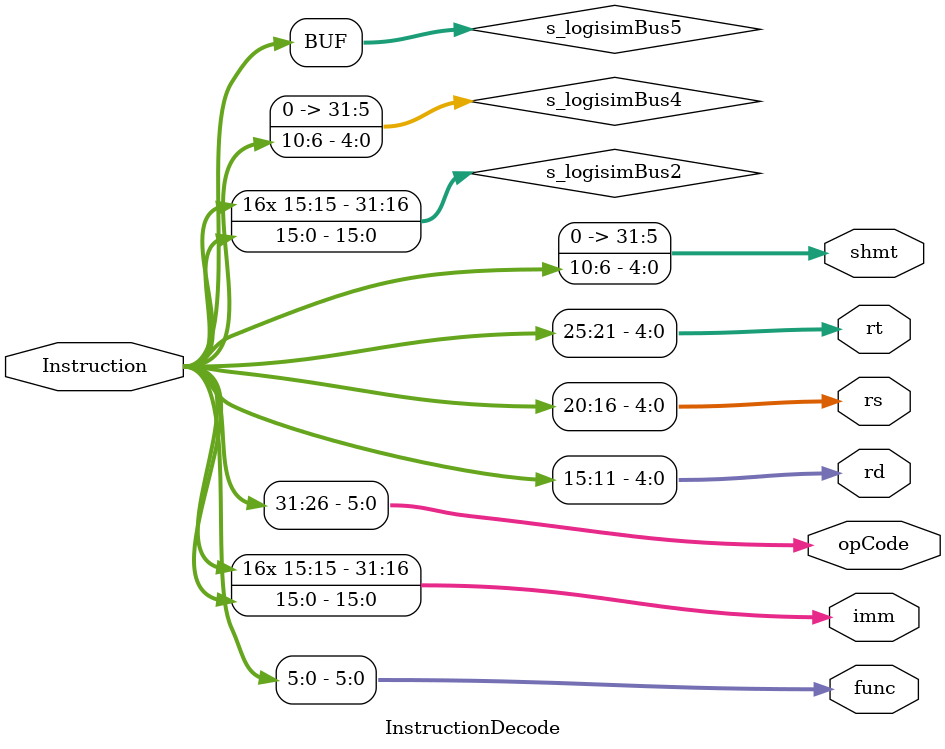
<source format=v>
/******************************************************************************
**
Logisim-evolution
goes
FPGA
automatic
generated
Verilog
code
**
**
https://github.com/logisim-evolution/
**
**
**
**
Component
:
InstructionDecode
**
**
**
*****************************************************************************/
module
InstructionDecode(
Instruction,
func,
imm,
opCode,
rd,
rs,
rt,
shmt
);
/*******************************************************************************
**
The
inputs
are
defined
here
**
*******************************************************************************/
input
[31:0]
Instruction;
/*******************************************************************************
**
The
outputs
are
defined
here
**
*******************************************************************************/
output
[5:0]
func;
output
[31:0]
imm;
output
[5:0]
opCode;
output
[4:0]
rd;
output
[4:0]
rs;
output
[4:0]
rt;
output
[31:0]
shmt;
/*******************************************************************************
**
The
wires
are
defined
here
**
*******************************************************************************/
wire
[31:0]
s_logisimBus2;
wire
[31:0]
s_logisimBus4;
wire
[31:0]
s_logisimBus5;
/*******************************************************************************
**
The
module
functionality
is
described
here
**
*******************************************************************************/
/*******************************************************************************
**
Here
all
input
connections
are
defined
**
*******************************************************************************/
assign
s_logisimBus5[31:0]
=
Instruction;
/*******************************************************************************
**
Here
all
output
connections
are
defined
**
*******************************************************************************/
assign
func
=
s_logisimBus5[5:0];
assign
imm
=
s_logisimBus2[31:0];
assign
opCode
=
s_logisimBus5[31:26];
assign
rd
=
s_logisimBus5[15:11];
assign
rs
=
s_logisimBus5[20:16];
assign
rt
=
s_logisimBus5[25:21];
assign
shmt
=
s_logisimBus4[31:0];
/*******************************************************************************
**
Here
all
in-lined
components
are
defined
**
*******************************************************************************/
assign
s_logisimBus2[0]
=
s_logisimBus5[0];
assign
s_logisimBus2[1]
=
s_logisimBus5[1];
assign
s_logisimBus2[2]
=
s_logisimBus5[2];
assign
s_logisimBus2[3]
=
s_logisimBus5[3];
assign
s_logisimBus2[4]
=
s_logisimBus5[4];
assign
s_logisimBus2[5]
=
s_logisimBus5[5];
assign
s_logisimBus2[6]
=
s_logisimBus5[6];
assign
s_logisimBus2[7]
=
s_logisimBus5[7];
assign
s_logisimBus2[8]
=
s_logisimBus5[8];
assign
s_logisimBus2[9]
=
s_logisimBus5[9];
assign
s_logisimBus2[10]
=
s_logisimBus5[10];
assign
s_logisimBus2[11]
=
s_logisimBus5[11];
assign
s_logisimBus2[12]
=
s_logisimBus5[12];
assign
s_logisimBus2[13]
=
s_logisimBus5[13];
assign
s_logisimBus2[14]
=
s_logisimBus5[14];
assign
s_logisimBus2[15]
=
s_logisimBus5[15];
assign
s_logisimBus2[16]
=
s_logisimBus5[15];
assign
s_logisimBus2[17]
=
s_logisimBus5[15];
assign
s_logisimBus2[18]
=
s_logisimBus5[15];
assign
s_logisimBus2[19]
=
s_logisimBus5[15];
assign
s_logisimBus2[20]
=
s_logisimBus5[15];
assign
s_logisimBus2[21]
=
s_logisimBus5[15];
assign
s_logisimBus2[22]
=
s_logisimBus5[15];
assign
s_logisimBus2[23]
=
s_logisimBus5[15];
assign
s_logisimBus2[24]
=
s_logisimBus5[15];
assign
s_logisimBus2[25]
=
s_logisimBus5[15];
assign
s_logisimBus2[26]
=
s_logisimBus5[15];
assign
s_logisimBus2[27]
=
s_logisimBus5[15];
assign
s_logisimBus2[28]
=
s_logisimBus5[15];
assign
s_logisimBus2[29]
=
s_logisimBus5[15];
assign
s_logisimBus2[30]
=
s_logisimBus5[15];
assign
s_logisimBus2[31]
=
s_logisimBus5[15];
assign
s_logisimBus4[0]
=
s_logisimBus5[6];
assign
s_logisimBus4[1]
=
s_logisimBus5[7];
assign
s_logisimBus4[2]
=
s_logisimBus5[8];
assign
s_logisimBus4[3]
=
s_logisimBus5[9];
assign
s_logisimBus4[4]
=
s_logisimBus5[10];
assign
s_logisimBus4[5]
=
1'b0;
assign
s_logisimBus4[6]
=
1'b0;
assign
s_logisimBus4[7]
=
1'b0;
assign
s_logisimBus4[8]
=
1'b0;
assign
s_logisimBus4[9]
=
1'b0;
assign
s_logisimBus4[10]
=
1'b0;
assign
s_logisimBus4[11]
=
1'b0;
assign
s_logisimBus4[12]
=
1'b0;
assign
s_logisimBus4[13]
=
1'b0;
assign
s_logisimBus4[14]
=
1'b0;
assign
s_logisimBus4[15]
=
1'b0;
assign
s_logisimBus4[16]
=
1'b0;
assign
s_logisimBus4[17]
=
1'b0;
assign
s_logisimBus4[18]
=
1'b0;
assign
s_logisimBus4[19]
=
1'b0;
assign
s_logisimBus4[20]
=
1'b0;
assign
s_logisimBus4[21]
=
1'b0;
assign
s_logisimBus4[22]
=
1'b0;
assign
s_logisimBus4[23]
=
1'b0;
assign
s_logisimBus4[24]
=
1'b0;
assign
s_logisimBus4[25]
=
1'b0;
assign
s_logisimBus4[26]
=
1'b0;
assign
s_logisimBus4[27]
=
1'b0;
assign
s_logisimBus4[28]
=
1'b0;
assign
s_logisimBus4[29]
=
1'b0;
assign
s_logisimBus4[30]
=
1'b0;
assign
s_logisimBus4[31]
=
1'b0;
endmodule
</source>
